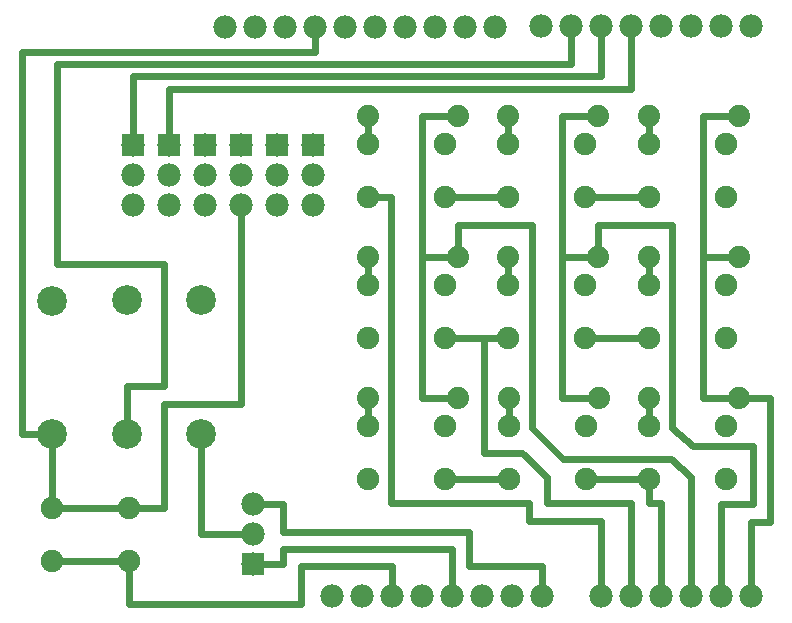
<source format=gbl>
G04 MADE WITH FRITZING*
G04 WWW.FRITZING.ORG*
G04 DOUBLE SIDED*
G04 HOLES PLATED*
G04 CONTOUR ON CENTER OF CONTOUR VECTOR*
%ASAXBY*%
%FSLAX23Y23*%
%MOIN*%
%OFA0B0*%
%SFA1.0B1.0*%
%ADD10C,0.078000*%
%ADD11C,0.099055*%
%ADD12C,0.075000*%
%ADD13C,0.074000*%
%ADD14R,0.078000X0.078000*%
%ADD15C,0.024000*%
%LNCOPPER0*%
G90*
G70*
G54D10*
X1808Y2004D03*
X1908Y2004D03*
X2008Y2004D03*
X2108Y2004D03*
X2208Y2004D03*
X2308Y2004D03*
X2408Y2004D03*
X2508Y2004D03*
X757Y2003D03*
X857Y2003D03*
X957Y2003D03*
X1057Y2003D03*
X1157Y2003D03*
X1257Y2003D03*
X1357Y2003D03*
X1457Y2003D03*
X1557Y2003D03*
X1657Y2003D03*
X2010Y104D03*
X2110Y104D03*
X2210Y104D03*
X2310Y104D03*
X2410Y104D03*
X2510Y104D03*
X1113Y105D03*
X1213Y105D03*
X1313Y105D03*
X1413Y105D03*
X1513Y105D03*
X1613Y105D03*
X1713Y105D03*
X1813Y105D03*
G54D11*
X676Y645D03*
X428Y645D03*
X179Y644D03*
X676Y1091D03*
X428Y1091D03*
X179Y1090D03*
G54D12*
X2425Y495D03*
X2169Y495D03*
X2425Y673D03*
X2169Y673D03*
X1958Y494D03*
X1702Y494D03*
X1958Y672D03*
X1702Y672D03*
X1490Y494D03*
X1234Y494D03*
X1490Y672D03*
X1234Y672D03*
X2425Y966D03*
X2169Y966D03*
X2425Y1143D03*
X2169Y1143D03*
X1957Y966D03*
X1701Y966D03*
X1957Y1143D03*
X1701Y1143D03*
X1489Y965D03*
X1234Y965D03*
X1489Y1142D03*
X1234Y1142D03*
X2426Y1435D03*
X2170Y1435D03*
X2426Y1612D03*
X2170Y1612D03*
X1957Y1434D03*
X1701Y1434D03*
X1957Y1611D03*
X1701Y1611D03*
X1490Y1436D03*
X1234Y1436D03*
X1490Y1613D03*
X1234Y1613D03*
G54D13*
X2171Y765D03*
X2471Y765D03*
X1702Y765D03*
X2002Y765D03*
X1234Y765D03*
X1534Y765D03*
X2169Y1235D03*
X2469Y1235D03*
X1701Y1234D03*
X2001Y1234D03*
X1234Y1234D03*
X1534Y1234D03*
X2170Y1704D03*
X2470Y1704D03*
X1701Y1704D03*
X2001Y1704D03*
X1234Y1705D03*
X1534Y1705D03*
G54D10*
X1049Y1609D03*
X1049Y1509D03*
X1049Y1409D03*
X931Y1609D03*
X931Y1509D03*
X931Y1409D03*
X810Y1610D03*
X810Y1510D03*
X810Y1410D03*
X690Y1609D03*
X690Y1509D03*
X690Y1409D03*
X570Y1610D03*
X570Y1510D03*
X570Y1410D03*
X451Y1610D03*
X451Y1510D03*
X451Y1410D03*
X850Y212D03*
X850Y312D03*
X850Y412D03*
G54D12*
X435Y223D03*
X179Y223D03*
X435Y400D03*
X179Y400D03*
G54D14*
X1049Y1609D03*
X931Y1609D03*
X810Y1610D03*
X690Y1609D03*
X570Y1610D03*
X451Y1610D03*
X850Y212D03*
G54D15*
X2510Y353D02*
X2510Y134D01*
D02*
X2573Y353D02*
X2510Y353D01*
D02*
X2573Y765D02*
X2573Y353D01*
D02*
X2500Y765D02*
X2573Y765D01*
D02*
X2410Y412D02*
X2410Y134D01*
D02*
X2516Y412D02*
X2410Y412D01*
D02*
X2516Y605D02*
X2516Y412D01*
D02*
X2316Y605D02*
X2516Y605D01*
D02*
X2247Y666D02*
X2316Y605D01*
D02*
X2247Y1342D02*
X2247Y666D01*
D02*
X2001Y1342D02*
X2247Y1342D01*
D02*
X2001Y1263D02*
X2001Y1342D01*
D02*
X2310Y502D02*
X2310Y134D01*
D02*
X2242Y562D02*
X2310Y502D01*
D02*
X1884Y562D02*
X2242Y562D01*
D02*
X1779Y665D02*
X1884Y562D01*
D02*
X1779Y1342D02*
X1779Y665D01*
D02*
X1534Y1342D02*
X1779Y1342D01*
D02*
X1534Y1342D02*
X1534Y1263D01*
D02*
X2210Y417D02*
X2210Y134D01*
D02*
X2169Y417D02*
X2210Y417D01*
D02*
X2169Y467D02*
X2169Y417D01*
D02*
X2110Y134D02*
X2110Y415D01*
D02*
X2110Y415D02*
X1830Y415D01*
D02*
X1830Y415D02*
X1830Y501D01*
D02*
X1830Y501D02*
X1747Y583D01*
D02*
X1747Y583D02*
X1619Y583D01*
D02*
X1619Y583D02*
X1619Y966D01*
D02*
X1619Y966D02*
X1673Y966D01*
D02*
X2010Y134D02*
X2010Y356D01*
D02*
X2010Y356D02*
X1770Y356D01*
D02*
X1770Y356D02*
X1770Y415D01*
D02*
X1770Y415D02*
X1311Y415D01*
D02*
X1311Y415D02*
X1311Y1436D01*
D02*
X1311Y1436D02*
X1262Y1436D01*
D02*
X1813Y206D02*
X1570Y206D01*
D02*
X1570Y206D02*
X1570Y318D01*
D02*
X1813Y135D02*
X1813Y206D01*
D02*
X1570Y318D02*
X949Y318D01*
D02*
X949Y318D02*
X949Y412D01*
D02*
X949Y412D02*
X880Y412D01*
D02*
X1513Y261D02*
X949Y261D01*
D02*
X949Y261D02*
X949Y212D01*
D02*
X1513Y135D02*
X1513Y261D01*
D02*
X949Y212D02*
X880Y212D01*
D02*
X435Y80D02*
X1011Y80D01*
D02*
X1011Y80D02*
X1011Y204D01*
D02*
X435Y194D02*
X435Y80D01*
D02*
X1011Y204D02*
X1313Y204D01*
D02*
X1313Y204D02*
X1313Y135D01*
D02*
X406Y223D02*
X208Y223D01*
D02*
X676Y312D02*
X819Y312D01*
D02*
X676Y604D02*
X676Y312D01*
D02*
X406Y400D02*
X208Y400D01*
D02*
X553Y400D02*
X553Y747D01*
D02*
X553Y747D02*
X810Y747D01*
D02*
X463Y400D02*
X553Y400D01*
D02*
X810Y747D02*
X810Y1380D01*
D02*
X179Y429D02*
X179Y603D01*
D02*
X81Y644D02*
X81Y1918D01*
D02*
X81Y1918D02*
X1057Y1918D01*
D02*
X139Y644D02*
X81Y644D01*
D02*
X1057Y1918D02*
X1057Y1973D01*
D02*
X553Y805D02*
X553Y1213D01*
D02*
X553Y1213D02*
X196Y1213D01*
D02*
X428Y805D02*
X553Y805D01*
D02*
X196Y1213D02*
X196Y1878D01*
D02*
X428Y686D02*
X428Y805D01*
D02*
X196Y1878D02*
X1908Y1878D01*
D02*
X1908Y1878D02*
X1908Y1974D01*
D02*
X451Y1838D02*
X451Y1640D01*
D02*
X2008Y1838D02*
X451Y1838D01*
D02*
X2008Y1974D02*
X2008Y1838D01*
D02*
X570Y1796D02*
X570Y1640D01*
D02*
X2108Y1796D02*
X570Y1796D01*
D02*
X2108Y1974D02*
X2108Y1796D01*
D02*
X1518Y494D02*
X1673Y494D01*
D02*
X1987Y495D02*
X2141Y495D01*
D02*
X2170Y736D02*
X2170Y701D01*
D02*
X1702Y737D02*
X1702Y700D01*
D02*
X1234Y737D02*
X1234Y700D01*
D02*
X1413Y1234D02*
X1413Y765D01*
D02*
X1413Y765D02*
X1505Y765D01*
D02*
X1506Y1234D02*
X1413Y1234D01*
D02*
X1880Y1234D02*
X1880Y765D01*
D02*
X1880Y765D02*
X1973Y765D01*
D02*
X1972Y1234D02*
X1880Y1234D01*
D02*
X2349Y1235D02*
X2349Y765D01*
D02*
X2349Y765D02*
X2442Y765D01*
D02*
X2441Y1235D02*
X2349Y1235D01*
D02*
X1986Y966D02*
X2141Y966D01*
D02*
X1518Y965D02*
X1673Y966D01*
D02*
X1413Y1234D02*
X1413Y1705D01*
D02*
X1413Y1705D02*
X1505Y1705D01*
D02*
X1506Y1234D02*
X1413Y1234D01*
D02*
X1518Y1436D02*
X1673Y1434D01*
D02*
X1880Y1704D02*
X1880Y1234D01*
D02*
X1880Y1234D02*
X1972Y1234D01*
D02*
X1972Y1704D02*
X1880Y1704D01*
D02*
X1986Y1434D02*
X2141Y1435D01*
D02*
X2349Y1235D02*
X2349Y1704D01*
D02*
X2349Y1704D02*
X2441Y1704D01*
D02*
X2441Y1235D02*
X2349Y1235D01*
D02*
X2170Y1641D02*
X2170Y1676D01*
D02*
X1701Y1640D02*
X1701Y1676D01*
D02*
X1234Y1642D02*
X1234Y1676D01*
D02*
X1234Y1205D02*
X1234Y1171D01*
D02*
X1701Y1172D02*
X1701Y1205D01*
D02*
X2169Y1206D02*
X2169Y1172D01*
G04 End of Copper0*
M02*
</source>
